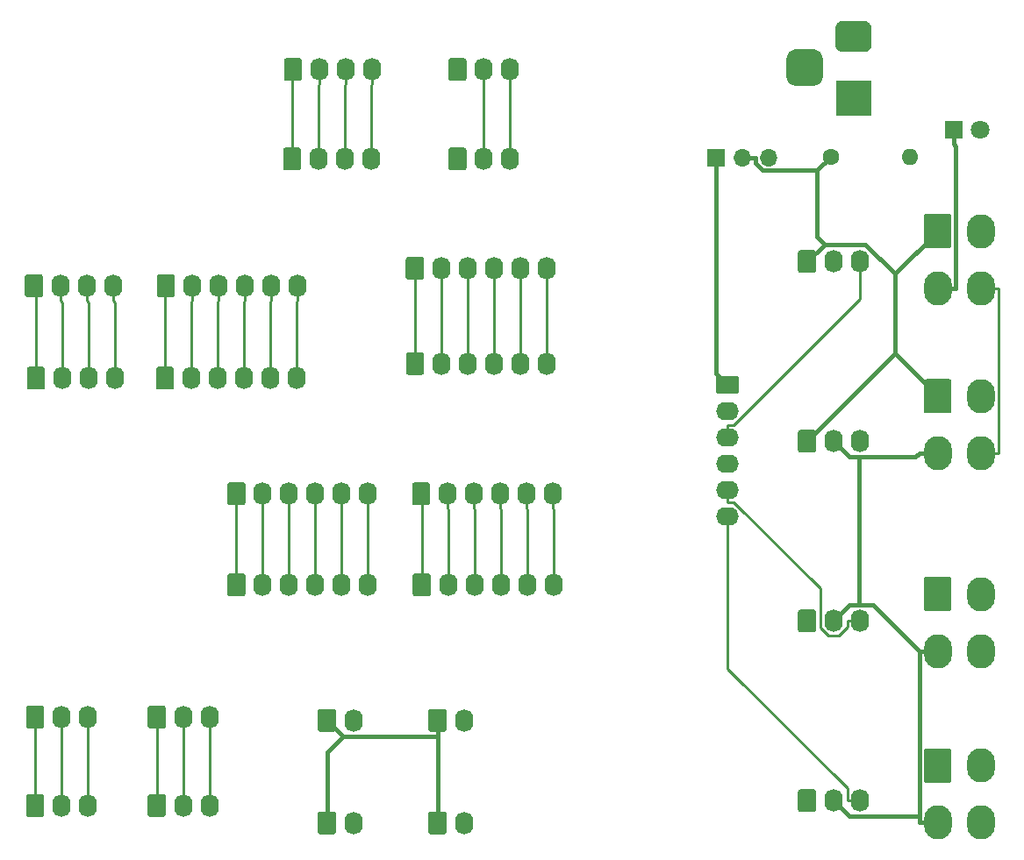
<source format=gbr>
G04 #@! TF.GenerationSoftware,KiCad,Pcbnew,(5.1.5-0-10_14)*
G04 #@! TF.CreationDate,2021-11-28T13:41:55+10:00*
G04 #@! TF.ProjectId,UFC - General Purpose Small PCB,55464320-2d20-4476-956e-6572616c2050,rev?*
G04 #@! TF.SameCoordinates,Original*
G04 #@! TF.FileFunction,Copper,L2,Bot*
G04 #@! TF.FilePolarity,Positive*
%FSLAX46Y46*%
G04 Gerber Fmt 4.6, Leading zero omitted, Abs format (unit mm)*
G04 Created by KiCad (PCBNEW (5.1.5-0-10_14)) date 2021-11-28 13:41:55*
%MOMM*%
%LPD*%
G04 APERTURE LIST*
%ADD10O,1.740000X2.200000*%
%ADD11C,0.100000*%
%ADD12O,2.700000X3.300000*%
%ADD13O,1.600000X1.600000*%
%ADD14C,1.600000*%
%ADD15C,1.800000*%
%ADD16R,1.800000X1.800000*%
%ADD17O,1.700000X1.700000*%
%ADD18R,1.700000X1.700000*%
%ADD19O,2.200000X1.740000*%
%ADD20R,3.500000X3.500000*%
%ADD21C,0.250000*%
%ADD22C,0.400000*%
G04 APERTURE END LIST*
D10*
X47091600Y-114910000D03*
X44551600Y-114910000D03*
G04 #@! TA.AperFunction,ComponentPad*
D11*
G36*
X42656105Y-113811204D02*
G01*
X42680373Y-113814804D01*
X42704172Y-113820765D01*
X42727271Y-113829030D01*
X42749450Y-113839520D01*
X42770493Y-113852132D01*
X42790199Y-113866747D01*
X42808377Y-113883223D01*
X42824853Y-113901401D01*
X42839468Y-113921107D01*
X42852080Y-113942150D01*
X42862570Y-113964329D01*
X42870835Y-113987428D01*
X42876796Y-114011227D01*
X42880396Y-114035495D01*
X42881600Y-114059999D01*
X42881600Y-115760001D01*
X42880396Y-115784505D01*
X42876796Y-115808773D01*
X42870835Y-115832572D01*
X42862570Y-115855671D01*
X42852080Y-115877850D01*
X42839468Y-115898893D01*
X42824853Y-115918599D01*
X42808377Y-115936777D01*
X42790199Y-115953253D01*
X42770493Y-115967868D01*
X42749450Y-115980480D01*
X42727271Y-115990970D01*
X42704172Y-115999235D01*
X42680373Y-116005196D01*
X42656105Y-116008796D01*
X42631601Y-116010000D01*
X41391599Y-116010000D01*
X41367095Y-116008796D01*
X41342827Y-116005196D01*
X41319028Y-115999235D01*
X41295929Y-115990970D01*
X41273750Y-115980480D01*
X41252707Y-115967868D01*
X41233001Y-115953253D01*
X41214823Y-115936777D01*
X41198347Y-115918599D01*
X41183732Y-115898893D01*
X41171120Y-115877850D01*
X41160630Y-115855671D01*
X41152365Y-115832572D01*
X41146404Y-115808773D01*
X41142804Y-115784505D01*
X41141600Y-115760001D01*
X41141600Y-114059999D01*
X41142804Y-114035495D01*
X41146404Y-114011227D01*
X41152365Y-113987428D01*
X41160630Y-113964329D01*
X41171120Y-113942150D01*
X41183732Y-113921107D01*
X41198347Y-113901401D01*
X41214823Y-113883223D01*
X41233001Y-113866747D01*
X41252707Y-113852132D01*
X41273750Y-113839520D01*
X41295929Y-113829030D01*
X41319028Y-113820765D01*
X41342827Y-113814804D01*
X41367095Y-113811204D01*
X41391599Y-113810000D01*
X42631601Y-113810000D01*
X42656105Y-113811204D01*
G37*
G04 #@! TD.AperFunction*
D10*
X58826400Y-123444000D03*
X56286400Y-123444000D03*
G04 #@! TA.AperFunction,ComponentPad*
D11*
G36*
X54390905Y-122345204D02*
G01*
X54415173Y-122348804D01*
X54438972Y-122354765D01*
X54462071Y-122363030D01*
X54484250Y-122373520D01*
X54505293Y-122386132D01*
X54524999Y-122400747D01*
X54543177Y-122417223D01*
X54559653Y-122435401D01*
X54574268Y-122455107D01*
X54586880Y-122476150D01*
X54597370Y-122498329D01*
X54605635Y-122521428D01*
X54611596Y-122545227D01*
X54615196Y-122569495D01*
X54616400Y-122593999D01*
X54616400Y-124294001D01*
X54615196Y-124318505D01*
X54611596Y-124342773D01*
X54605635Y-124366572D01*
X54597370Y-124389671D01*
X54586880Y-124411850D01*
X54574268Y-124432893D01*
X54559653Y-124452599D01*
X54543177Y-124470777D01*
X54524999Y-124487253D01*
X54505293Y-124501868D01*
X54484250Y-124514480D01*
X54462071Y-124524970D01*
X54438972Y-124533235D01*
X54415173Y-124539196D01*
X54390905Y-124542796D01*
X54366401Y-124544000D01*
X53126399Y-124544000D01*
X53101895Y-124542796D01*
X53077627Y-124539196D01*
X53053828Y-124533235D01*
X53030729Y-124524970D01*
X53008550Y-124514480D01*
X52987507Y-124501868D01*
X52967801Y-124487253D01*
X52949623Y-124470777D01*
X52933147Y-124452599D01*
X52918532Y-124432893D01*
X52905920Y-124411850D01*
X52895430Y-124389671D01*
X52887165Y-124366572D01*
X52881204Y-124342773D01*
X52877604Y-124318505D01*
X52876400Y-124294001D01*
X52876400Y-122593999D01*
X52877604Y-122569495D01*
X52881204Y-122545227D01*
X52887165Y-122521428D01*
X52895430Y-122498329D01*
X52905920Y-122476150D01*
X52918532Y-122455107D01*
X52933147Y-122435401D01*
X52949623Y-122417223D01*
X52967801Y-122400747D01*
X52987507Y-122386132D01*
X53008550Y-122373520D01*
X53030729Y-122363030D01*
X53053828Y-122354765D01*
X53077627Y-122348804D01*
X53101895Y-122345204D01*
X53126399Y-122344000D01*
X54366401Y-122344000D01*
X54390905Y-122345204D01*
G37*
G04 #@! TD.AperFunction*
D10*
X47091600Y-123444000D03*
X44551600Y-123444000D03*
G04 #@! TA.AperFunction,ComponentPad*
D11*
G36*
X42656105Y-122345204D02*
G01*
X42680373Y-122348804D01*
X42704172Y-122354765D01*
X42727271Y-122363030D01*
X42749450Y-122373520D01*
X42770493Y-122386132D01*
X42790199Y-122400747D01*
X42808377Y-122417223D01*
X42824853Y-122435401D01*
X42839468Y-122455107D01*
X42852080Y-122476150D01*
X42862570Y-122498329D01*
X42870835Y-122521428D01*
X42876796Y-122545227D01*
X42880396Y-122569495D01*
X42881600Y-122593999D01*
X42881600Y-124294001D01*
X42880396Y-124318505D01*
X42876796Y-124342773D01*
X42870835Y-124366572D01*
X42862570Y-124389671D01*
X42852080Y-124411850D01*
X42839468Y-124432893D01*
X42824853Y-124452599D01*
X42808377Y-124470777D01*
X42790199Y-124487253D01*
X42770493Y-124501868D01*
X42749450Y-124514480D01*
X42727271Y-124524970D01*
X42704172Y-124533235D01*
X42680373Y-124539196D01*
X42656105Y-124542796D01*
X42631601Y-124544000D01*
X41391599Y-124544000D01*
X41367095Y-124542796D01*
X41342827Y-124539196D01*
X41319028Y-124533235D01*
X41295929Y-124524970D01*
X41273750Y-124514480D01*
X41252707Y-124501868D01*
X41233001Y-124487253D01*
X41214823Y-124470777D01*
X41198347Y-124452599D01*
X41183732Y-124432893D01*
X41171120Y-124411850D01*
X41160630Y-124389671D01*
X41152365Y-124366572D01*
X41146404Y-124342773D01*
X41142804Y-124318505D01*
X41141600Y-124294001D01*
X41141600Y-122593999D01*
X41142804Y-122569495D01*
X41146404Y-122545227D01*
X41152365Y-122521428D01*
X41160630Y-122498329D01*
X41171120Y-122476150D01*
X41183732Y-122455107D01*
X41198347Y-122435401D01*
X41214823Y-122417223D01*
X41233001Y-122400747D01*
X41252707Y-122386132D01*
X41273750Y-122373520D01*
X41295929Y-122363030D01*
X41319028Y-122354765D01*
X41342827Y-122348804D01*
X41367095Y-122345204D01*
X41391599Y-122344000D01*
X42631601Y-122344000D01*
X42656105Y-122345204D01*
G37*
G04 #@! TD.AperFunction*
D10*
X58826400Y-114910000D03*
X56286400Y-114910000D03*
G04 #@! TA.AperFunction,ComponentPad*
D11*
G36*
X54390905Y-113811204D02*
G01*
X54415173Y-113814804D01*
X54438972Y-113820765D01*
X54462071Y-113829030D01*
X54484250Y-113839520D01*
X54505293Y-113852132D01*
X54524999Y-113866747D01*
X54543177Y-113883223D01*
X54559653Y-113901401D01*
X54574268Y-113921107D01*
X54586880Y-113942150D01*
X54597370Y-113964329D01*
X54605635Y-113987428D01*
X54611596Y-114011227D01*
X54615196Y-114035495D01*
X54616400Y-114059999D01*
X54616400Y-115760001D01*
X54615196Y-115784505D01*
X54611596Y-115808773D01*
X54605635Y-115832572D01*
X54597370Y-115855671D01*
X54586880Y-115877850D01*
X54574268Y-115898893D01*
X54559653Y-115918599D01*
X54543177Y-115936777D01*
X54524999Y-115953253D01*
X54505293Y-115967868D01*
X54484250Y-115980480D01*
X54462071Y-115990970D01*
X54438972Y-115999235D01*
X54415173Y-116005196D01*
X54390905Y-116008796D01*
X54366401Y-116010000D01*
X53126399Y-116010000D01*
X53101895Y-116008796D01*
X53077627Y-116005196D01*
X53053828Y-115999235D01*
X53030729Y-115990970D01*
X53008550Y-115980480D01*
X52987507Y-115967868D01*
X52967801Y-115953253D01*
X52949623Y-115936777D01*
X52933147Y-115918599D01*
X52918532Y-115898893D01*
X52905920Y-115877850D01*
X52895430Y-115855671D01*
X52887165Y-115832572D01*
X52881204Y-115808773D01*
X52877604Y-115784505D01*
X52876400Y-115760001D01*
X52876400Y-114059999D01*
X52877604Y-114035495D01*
X52881204Y-114011227D01*
X52887165Y-113987428D01*
X52895430Y-113964329D01*
X52905920Y-113942150D01*
X52918532Y-113921107D01*
X52933147Y-113901401D01*
X52949623Y-113883223D01*
X52967801Y-113866747D01*
X52987507Y-113852132D01*
X53008550Y-113839520D01*
X53030729Y-113829030D01*
X53053828Y-113820765D01*
X53077627Y-113814804D01*
X53101895Y-113811204D01*
X53126399Y-113810000D01*
X54366401Y-113810000D01*
X54390905Y-113811204D01*
G37*
G04 #@! TD.AperFunction*
D10*
X87829600Y-52368800D03*
X85289600Y-52368800D03*
G04 #@! TA.AperFunction,ComponentPad*
D11*
G36*
X83394105Y-51270004D02*
G01*
X83418373Y-51273604D01*
X83442172Y-51279565D01*
X83465271Y-51287830D01*
X83487450Y-51298320D01*
X83508493Y-51310932D01*
X83528199Y-51325547D01*
X83546377Y-51342023D01*
X83562853Y-51360201D01*
X83577468Y-51379907D01*
X83590080Y-51400950D01*
X83600570Y-51423129D01*
X83608835Y-51446228D01*
X83614796Y-51470027D01*
X83618396Y-51494295D01*
X83619600Y-51518799D01*
X83619600Y-53218801D01*
X83618396Y-53243305D01*
X83614796Y-53267573D01*
X83608835Y-53291372D01*
X83600570Y-53314471D01*
X83590080Y-53336650D01*
X83577468Y-53357693D01*
X83562853Y-53377399D01*
X83546377Y-53395577D01*
X83528199Y-53412053D01*
X83508493Y-53426668D01*
X83487450Y-53439280D01*
X83465271Y-53449770D01*
X83442172Y-53458035D01*
X83418373Y-53463996D01*
X83394105Y-53467596D01*
X83369601Y-53468800D01*
X82129599Y-53468800D01*
X82105095Y-53467596D01*
X82080827Y-53463996D01*
X82057028Y-53458035D01*
X82033929Y-53449770D01*
X82011750Y-53439280D01*
X81990707Y-53426668D01*
X81971001Y-53412053D01*
X81952823Y-53395577D01*
X81936347Y-53377399D01*
X81921732Y-53357693D01*
X81909120Y-53336650D01*
X81898630Y-53314471D01*
X81890365Y-53291372D01*
X81884404Y-53267573D01*
X81880804Y-53243305D01*
X81879600Y-53218801D01*
X81879600Y-51518799D01*
X81880804Y-51494295D01*
X81884404Y-51470027D01*
X81890365Y-51446228D01*
X81898630Y-51423129D01*
X81909120Y-51400950D01*
X81921732Y-51379907D01*
X81936347Y-51360201D01*
X81952823Y-51342023D01*
X81971001Y-51325547D01*
X81990707Y-51310932D01*
X82011750Y-51298320D01*
X82033929Y-51287830D01*
X82057028Y-51279565D01*
X82080827Y-51273604D01*
X82105095Y-51270004D01*
X82129599Y-51268800D01*
X83369601Y-51268800D01*
X83394105Y-51270004D01*
G37*
G04 #@! TD.AperFunction*
D10*
X87833200Y-61010800D03*
X85293200Y-61010800D03*
G04 #@! TA.AperFunction,ComponentPad*
D11*
G36*
X83397705Y-59912004D02*
G01*
X83421973Y-59915604D01*
X83445772Y-59921565D01*
X83468871Y-59929830D01*
X83491050Y-59940320D01*
X83512093Y-59952932D01*
X83531799Y-59967547D01*
X83549977Y-59984023D01*
X83566453Y-60002201D01*
X83581068Y-60021907D01*
X83593680Y-60042950D01*
X83604170Y-60065129D01*
X83612435Y-60088228D01*
X83618396Y-60112027D01*
X83621996Y-60136295D01*
X83623200Y-60160799D01*
X83623200Y-61860801D01*
X83621996Y-61885305D01*
X83618396Y-61909573D01*
X83612435Y-61933372D01*
X83604170Y-61956471D01*
X83593680Y-61978650D01*
X83581068Y-61999693D01*
X83566453Y-62019399D01*
X83549977Y-62037577D01*
X83531799Y-62054053D01*
X83512093Y-62068668D01*
X83491050Y-62081280D01*
X83468871Y-62091770D01*
X83445772Y-62100035D01*
X83421973Y-62105996D01*
X83397705Y-62109596D01*
X83373201Y-62110800D01*
X82133199Y-62110800D01*
X82108695Y-62109596D01*
X82084427Y-62105996D01*
X82060628Y-62100035D01*
X82037529Y-62091770D01*
X82015350Y-62081280D01*
X81994307Y-62068668D01*
X81974601Y-62054053D01*
X81956423Y-62037577D01*
X81939947Y-62019399D01*
X81925332Y-61999693D01*
X81912720Y-61978650D01*
X81902230Y-61956471D01*
X81893965Y-61933372D01*
X81888004Y-61909573D01*
X81884404Y-61885305D01*
X81883200Y-61860801D01*
X81883200Y-60160799D01*
X81884404Y-60136295D01*
X81888004Y-60112027D01*
X81893965Y-60088228D01*
X81902230Y-60065129D01*
X81912720Y-60042950D01*
X81925332Y-60021907D01*
X81939947Y-60002201D01*
X81956423Y-59984023D01*
X81974601Y-59967547D01*
X81994307Y-59952932D01*
X82015350Y-59940320D01*
X82037529Y-59929830D01*
X82060628Y-59921565D01*
X82084427Y-59915604D01*
X82108695Y-59912004D01*
X82133199Y-59910800D01*
X83373201Y-59910800D01*
X83397705Y-59912004D01*
G37*
G04 #@! TD.AperFunction*
D10*
X121564000Y-122987000D03*
X119024000Y-122987000D03*
G04 #@! TA.AperFunction,ComponentPad*
D11*
G36*
X117128505Y-121888204D02*
G01*
X117152773Y-121891804D01*
X117176572Y-121897765D01*
X117199671Y-121906030D01*
X117221850Y-121916520D01*
X117242893Y-121929132D01*
X117262599Y-121943747D01*
X117280777Y-121960223D01*
X117297253Y-121978401D01*
X117311868Y-121998107D01*
X117324480Y-122019150D01*
X117334970Y-122041329D01*
X117343235Y-122064428D01*
X117349196Y-122088227D01*
X117352796Y-122112495D01*
X117354000Y-122136999D01*
X117354000Y-123837001D01*
X117352796Y-123861505D01*
X117349196Y-123885773D01*
X117343235Y-123909572D01*
X117334970Y-123932671D01*
X117324480Y-123954850D01*
X117311868Y-123975893D01*
X117297253Y-123995599D01*
X117280777Y-124013777D01*
X117262599Y-124030253D01*
X117242893Y-124044868D01*
X117221850Y-124057480D01*
X117199671Y-124067970D01*
X117176572Y-124076235D01*
X117152773Y-124082196D01*
X117128505Y-124085796D01*
X117104001Y-124087000D01*
X115863999Y-124087000D01*
X115839495Y-124085796D01*
X115815227Y-124082196D01*
X115791428Y-124076235D01*
X115768329Y-124067970D01*
X115746150Y-124057480D01*
X115725107Y-124044868D01*
X115705401Y-124030253D01*
X115687223Y-124013777D01*
X115670747Y-123995599D01*
X115656132Y-123975893D01*
X115643520Y-123954850D01*
X115633030Y-123932671D01*
X115624765Y-123909572D01*
X115618804Y-123885773D01*
X115615204Y-123861505D01*
X115614000Y-123837001D01*
X115614000Y-122136999D01*
X115615204Y-122112495D01*
X115618804Y-122088227D01*
X115624765Y-122064428D01*
X115633030Y-122041329D01*
X115643520Y-122019150D01*
X115656132Y-121998107D01*
X115670747Y-121978401D01*
X115687223Y-121960223D01*
X115705401Y-121943747D01*
X115725107Y-121929132D01*
X115746150Y-121916520D01*
X115768329Y-121906030D01*
X115791428Y-121897765D01*
X115815227Y-121891804D01*
X115839495Y-121888204D01*
X115863999Y-121887000D01*
X117104001Y-121887000D01*
X117128505Y-121888204D01*
G37*
G04 #@! TD.AperFunction*
D10*
X121564000Y-70916800D03*
X119024000Y-70916800D03*
G04 #@! TA.AperFunction,ComponentPad*
D11*
G36*
X117128505Y-69818004D02*
G01*
X117152773Y-69821604D01*
X117176572Y-69827565D01*
X117199671Y-69835830D01*
X117221850Y-69846320D01*
X117242893Y-69858932D01*
X117262599Y-69873547D01*
X117280777Y-69890023D01*
X117297253Y-69908201D01*
X117311868Y-69927907D01*
X117324480Y-69948950D01*
X117334970Y-69971129D01*
X117343235Y-69994228D01*
X117349196Y-70018027D01*
X117352796Y-70042295D01*
X117354000Y-70066799D01*
X117354000Y-71766801D01*
X117352796Y-71791305D01*
X117349196Y-71815573D01*
X117343235Y-71839372D01*
X117334970Y-71862471D01*
X117324480Y-71884650D01*
X117311868Y-71905693D01*
X117297253Y-71925399D01*
X117280777Y-71943577D01*
X117262599Y-71960053D01*
X117242893Y-71974668D01*
X117221850Y-71987280D01*
X117199671Y-71997770D01*
X117176572Y-72006035D01*
X117152773Y-72011996D01*
X117128505Y-72015596D01*
X117104001Y-72016800D01*
X115863999Y-72016800D01*
X115839495Y-72015596D01*
X115815227Y-72011996D01*
X115791428Y-72006035D01*
X115768329Y-71997770D01*
X115746150Y-71987280D01*
X115725107Y-71974668D01*
X115705401Y-71960053D01*
X115687223Y-71943577D01*
X115670747Y-71925399D01*
X115656132Y-71905693D01*
X115643520Y-71884650D01*
X115633030Y-71862471D01*
X115624765Y-71839372D01*
X115618804Y-71815573D01*
X115615204Y-71791305D01*
X115614000Y-71766801D01*
X115614000Y-70066799D01*
X115615204Y-70042295D01*
X115618804Y-70018027D01*
X115624765Y-69994228D01*
X115633030Y-69971129D01*
X115643520Y-69948950D01*
X115656132Y-69927907D01*
X115670747Y-69908201D01*
X115687223Y-69890023D01*
X115705401Y-69873547D01*
X115725107Y-69858932D01*
X115746150Y-69846320D01*
X115768329Y-69835830D01*
X115791428Y-69827565D01*
X115815227Y-69821604D01*
X115839495Y-69818004D01*
X115863999Y-69816800D01*
X117104001Y-69816800D01*
X117128505Y-69818004D01*
G37*
G04 #@! TD.AperFunction*
D10*
X121564000Y-88273500D03*
X119024000Y-88273500D03*
G04 #@! TA.AperFunction,ComponentPad*
D11*
G36*
X117128505Y-87174704D02*
G01*
X117152773Y-87178304D01*
X117176572Y-87184265D01*
X117199671Y-87192530D01*
X117221850Y-87203020D01*
X117242893Y-87215632D01*
X117262599Y-87230247D01*
X117280777Y-87246723D01*
X117297253Y-87264901D01*
X117311868Y-87284607D01*
X117324480Y-87305650D01*
X117334970Y-87327829D01*
X117343235Y-87350928D01*
X117349196Y-87374727D01*
X117352796Y-87398995D01*
X117354000Y-87423499D01*
X117354000Y-89123501D01*
X117352796Y-89148005D01*
X117349196Y-89172273D01*
X117343235Y-89196072D01*
X117334970Y-89219171D01*
X117324480Y-89241350D01*
X117311868Y-89262393D01*
X117297253Y-89282099D01*
X117280777Y-89300277D01*
X117262599Y-89316753D01*
X117242893Y-89331368D01*
X117221850Y-89343980D01*
X117199671Y-89354470D01*
X117176572Y-89362735D01*
X117152773Y-89368696D01*
X117128505Y-89372296D01*
X117104001Y-89373500D01*
X115863999Y-89373500D01*
X115839495Y-89372296D01*
X115815227Y-89368696D01*
X115791428Y-89362735D01*
X115768329Y-89354470D01*
X115746150Y-89343980D01*
X115725107Y-89331368D01*
X115705401Y-89316753D01*
X115687223Y-89300277D01*
X115670747Y-89282099D01*
X115656132Y-89262393D01*
X115643520Y-89241350D01*
X115633030Y-89219171D01*
X115624765Y-89196072D01*
X115618804Y-89172273D01*
X115615204Y-89148005D01*
X115614000Y-89123501D01*
X115614000Y-87423499D01*
X115615204Y-87398995D01*
X115618804Y-87374727D01*
X115624765Y-87350928D01*
X115633030Y-87327829D01*
X115643520Y-87305650D01*
X115656132Y-87284607D01*
X115670747Y-87264901D01*
X115687223Y-87246723D01*
X115705401Y-87230247D01*
X115725107Y-87215632D01*
X115746150Y-87203020D01*
X115768329Y-87192530D01*
X115791428Y-87184265D01*
X115815227Y-87178304D01*
X115839495Y-87174704D01*
X115863999Y-87173500D01*
X117104001Y-87173500D01*
X117128505Y-87174704D01*
G37*
G04 #@! TD.AperFunction*
D10*
X121564000Y-105630000D03*
X119024000Y-105630000D03*
G04 #@! TA.AperFunction,ComponentPad*
D11*
G36*
X117128505Y-104531204D02*
G01*
X117152773Y-104534804D01*
X117176572Y-104540765D01*
X117199671Y-104549030D01*
X117221850Y-104559520D01*
X117242893Y-104572132D01*
X117262599Y-104586747D01*
X117280777Y-104603223D01*
X117297253Y-104621401D01*
X117311868Y-104641107D01*
X117324480Y-104662150D01*
X117334970Y-104684329D01*
X117343235Y-104707428D01*
X117349196Y-104731227D01*
X117352796Y-104755495D01*
X117354000Y-104779999D01*
X117354000Y-106480001D01*
X117352796Y-106504505D01*
X117349196Y-106528773D01*
X117343235Y-106552572D01*
X117334970Y-106575671D01*
X117324480Y-106597850D01*
X117311868Y-106618893D01*
X117297253Y-106638599D01*
X117280777Y-106656777D01*
X117262599Y-106673253D01*
X117242893Y-106687868D01*
X117221850Y-106700480D01*
X117199671Y-106710970D01*
X117176572Y-106719235D01*
X117152773Y-106725196D01*
X117128505Y-106728796D01*
X117104001Y-106730000D01*
X115863999Y-106730000D01*
X115839495Y-106728796D01*
X115815227Y-106725196D01*
X115791428Y-106719235D01*
X115768329Y-106710970D01*
X115746150Y-106700480D01*
X115725107Y-106687868D01*
X115705401Y-106673253D01*
X115687223Y-106656777D01*
X115670747Y-106638599D01*
X115656132Y-106618893D01*
X115643520Y-106597850D01*
X115633030Y-106575671D01*
X115624765Y-106552572D01*
X115618804Y-106528773D01*
X115615204Y-106504505D01*
X115614000Y-106480001D01*
X115614000Y-104779999D01*
X115615204Y-104755495D01*
X115618804Y-104731227D01*
X115624765Y-104707428D01*
X115633030Y-104684329D01*
X115643520Y-104662150D01*
X115656132Y-104641107D01*
X115670747Y-104621401D01*
X115687223Y-104603223D01*
X115705401Y-104586747D01*
X115725107Y-104572132D01*
X115746150Y-104559520D01*
X115768329Y-104549030D01*
X115791428Y-104540765D01*
X115815227Y-104534804D01*
X115839495Y-104531204D01*
X115863999Y-104530000D01*
X117104001Y-104530000D01*
X117128505Y-104531204D01*
G37*
G04 #@! TD.AperFunction*
D12*
X133283000Y-73470400D03*
X129083000Y-73470400D03*
X133283000Y-67970400D03*
G04 #@! TA.AperFunction,ComponentPad*
D11*
G36*
X130207503Y-66321604D02*
G01*
X130231772Y-66325204D01*
X130255570Y-66331165D01*
X130278670Y-66339430D01*
X130300849Y-66349920D01*
X130321892Y-66362533D01*
X130341598Y-66377148D01*
X130359776Y-66393624D01*
X130376252Y-66411802D01*
X130390867Y-66431508D01*
X130403480Y-66452551D01*
X130413970Y-66474730D01*
X130422235Y-66497830D01*
X130428196Y-66521628D01*
X130431796Y-66545897D01*
X130433000Y-66570401D01*
X130433000Y-69370399D01*
X130431796Y-69394903D01*
X130428196Y-69419172D01*
X130422235Y-69442970D01*
X130413970Y-69466070D01*
X130403480Y-69488249D01*
X130390867Y-69509292D01*
X130376252Y-69528998D01*
X130359776Y-69547176D01*
X130341598Y-69563652D01*
X130321892Y-69578267D01*
X130300849Y-69590880D01*
X130278670Y-69601370D01*
X130255570Y-69609635D01*
X130231772Y-69615596D01*
X130207503Y-69619196D01*
X130182999Y-69620400D01*
X127983001Y-69620400D01*
X127958497Y-69619196D01*
X127934228Y-69615596D01*
X127910430Y-69609635D01*
X127887330Y-69601370D01*
X127865151Y-69590880D01*
X127844108Y-69578267D01*
X127824402Y-69563652D01*
X127806224Y-69547176D01*
X127789748Y-69528998D01*
X127775133Y-69509292D01*
X127762520Y-69488249D01*
X127752030Y-69466070D01*
X127743765Y-69442970D01*
X127737804Y-69419172D01*
X127734204Y-69394903D01*
X127733000Y-69370399D01*
X127733000Y-66570401D01*
X127734204Y-66545897D01*
X127737804Y-66521628D01*
X127743765Y-66497830D01*
X127752030Y-66474730D01*
X127762520Y-66452551D01*
X127775133Y-66431508D01*
X127789748Y-66411802D01*
X127806224Y-66393624D01*
X127824402Y-66377148D01*
X127844108Y-66362533D01*
X127865151Y-66349920D01*
X127887330Y-66339430D01*
X127910430Y-66331165D01*
X127934228Y-66325204D01*
X127958497Y-66321604D01*
X127983001Y-66320400D01*
X130182999Y-66320400D01*
X130207503Y-66321604D01*
G37*
G04 #@! TD.AperFunction*
D12*
X133283000Y-89421600D03*
X129083000Y-89421600D03*
X133283000Y-83921600D03*
G04 #@! TA.AperFunction,ComponentPad*
D11*
G36*
X130207503Y-82272804D02*
G01*
X130231772Y-82276404D01*
X130255570Y-82282365D01*
X130278670Y-82290630D01*
X130300849Y-82301120D01*
X130321892Y-82313733D01*
X130341598Y-82328348D01*
X130359776Y-82344824D01*
X130376252Y-82363002D01*
X130390867Y-82382708D01*
X130403480Y-82403751D01*
X130413970Y-82425930D01*
X130422235Y-82449030D01*
X130428196Y-82472828D01*
X130431796Y-82497097D01*
X130433000Y-82521601D01*
X130433000Y-85321599D01*
X130431796Y-85346103D01*
X130428196Y-85370372D01*
X130422235Y-85394170D01*
X130413970Y-85417270D01*
X130403480Y-85439449D01*
X130390867Y-85460492D01*
X130376252Y-85480198D01*
X130359776Y-85498376D01*
X130341598Y-85514852D01*
X130321892Y-85529467D01*
X130300849Y-85542080D01*
X130278670Y-85552570D01*
X130255570Y-85560835D01*
X130231772Y-85566796D01*
X130207503Y-85570396D01*
X130182999Y-85571600D01*
X127983001Y-85571600D01*
X127958497Y-85570396D01*
X127934228Y-85566796D01*
X127910430Y-85560835D01*
X127887330Y-85552570D01*
X127865151Y-85542080D01*
X127844108Y-85529467D01*
X127824402Y-85514852D01*
X127806224Y-85498376D01*
X127789748Y-85480198D01*
X127775133Y-85460492D01*
X127762520Y-85439449D01*
X127752030Y-85417270D01*
X127743765Y-85394170D01*
X127737804Y-85370372D01*
X127734204Y-85346103D01*
X127733000Y-85321599D01*
X127733000Y-82521601D01*
X127734204Y-82497097D01*
X127737804Y-82472828D01*
X127743765Y-82449030D01*
X127752030Y-82425930D01*
X127762520Y-82403751D01*
X127775133Y-82382708D01*
X127789748Y-82363002D01*
X127806224Y-82344824D01*
X127824402Y-82328348D01*
X127844108Y-82313733D01*
X127865151Y-82301120D01*
X127887330Y-82290630D01*
X127910430Y-82282365D01*
X127934228Y-82276404D01*
X127958497Y-82272804D01*
X127983001Y-82271600D01*
X130182999Y-82271600D01*
X130207503Y-82272804D01*
G37*
G04 #@! TD.AperFunction*
D12*
X133283000Y-108522000D03*
X129083000Y-108522000D03*
X133283000Y-103022000D03*
G04 #@! TA.AperFunction,ComponentPad*
D11*
G36*
X130207503Y-101373204D02*
G01*
X130231772Y-101376804D01*
X130255570Y-101382765D01*
X130278670Y-101391030D01*
X130300849Y-101401520D01*
X130321892Y-101414133D01*
X130341598Y-101428748D01*
X130359776Y-101445224D01*
X130376252Y-101463402D01*
X130390867Y-101483108D01*
X130403480Y-101504151D01*
X130413970Y-101526330D01*
X130422235Y-101549430D01*
X130428196Y-101573228D01*
X130431796Y-101597497D01*
X130433000Y-101622001D01*
X130433000Y-104421999D01*
X130431796Y-104446503D01*
X130428196Y-104470772D01*
X130422235Y-104494570D01*
X130413970Y-104517670D01*
X130403480Y-104539849D01*
X130390867Y-104560892D01*
X130376252Y-104580598D01*
X130359776Y-104598776D01*
X130341598Y-104615252D01*
X130321892Y-104629867D01*
X130300849Y-104642480D01*
X130278670Y-104652970D01*
X130255570Y-104661235D01*
X130231772Y-104667196D01*
X130207503Y-104670796D01*
X130182999Y-104672000D01*
X127983001Y-104672000D01*
X127958497Y-104670796D01*
X127934228Y-104667196D01*
X127910430Y-104661235D01*
X127887330Y-104652970D01*
X127865151Y-104642480D01*
X127844108Y-104629867D01*
X127824402Y-104615252D01*
X127806224Y-104598776D01*
X127789748Y-104580598D01*
X127775133Y-104560892D01*
X127762520Y-104539849D01*
X127752030Y-104517670D01*
X127743765Y-104494570D01*
X127737804Y-104470772D01*
X127734204Y-104446503D01*
X127733000Y-104421999D01*
X127733000Y-101622001D01*
X127734204Y-101597497D01*
X127737804Y-101573228D01*
X127743765Y-101549430D01*
X127752030Y-101526330D01*
X127762520Y-101504151D01*
X127775133Y-101483108D01*
X127789748Y-101463402D01*
X127806224Y-101445224D01*
X127824402Y-101428748D01*
X127844108Y-101414133D01*
X127865151Y-101401520D01*
X127887330Y-101391030D01*
X127910430Y-101382765D01*
X127934228Y-101376804D01*
X127958497Y-101373204D01*
X127983001Y-101372000D01*
X130182999Y-101372000D01*
X130207503Y-101373204D01*
G37*
G04 #@! TD.AperFunction*
D12*
X133283000Y-125083000D03*
X129083000Y-125083000D03*
X133283000Y-119583000D03*
G04 #@! TA.AperFunction,ComponentPad*
D11*
G36*
X130207503Y-117934204D02*
G01*
X130231772Y-117937804D01*
X130255570Y-117943765D01*
X130278670Y-117952030D01*
X130300849Y-117962520D01*
X130321892Y-117975133D01*
X130341598Y-117989748D01*
X130359776Y-118006224D01*
X130376252Y-118024402D01*
X130390867Y-118044108D01*
X130403480Y-118065151D01*
X130413970Y-118087330D01*
X130422235Y-118110430D01*
X130428196Y-118134228D01*
X130431796Y-118158497D01*
X130433000Y-118183001D01*
X130433000Y-120982999D01*
X130431796Y-121007503D01*
X130428196Y-121031772D01*
X130422235Y-121055570D01*
X130413970Y-121078670D01*
X130403480Y-121100849D01*
X130390867Y-121121892D01*
X130376252Y-121141598D01*
X130359776Y-121159776D01*
X130341598Y-121176252D01*
X130321892Y-121190867D01*
X130300849Y-121203480D01*
X130278670Y-121213970D01*
X130255570Y-121222235D01*
X130231772Y-121228196D01*
X130207503Y-121231796D01*
X130182999Y-121233000D01*
X127983001Y-121233000D01*
X127958497Y-121231796D01*
X127934228Y-121228196D01*
X127910430Y-121222235D01*
X127887330Y-121213970D01*
X127865151Y-121203480D01*
X127844108Y-121190867D01*
X127824402Y-121176252D01*
X127806224Y-121159776D01*
X127789748Y-121141598D01*
X127775133Y-121121892D01*
X127762520Y-121100849D01*
X127752030Y-121078670D01*
X127743765Y-121055570D01*
X127737804Y-121031772D01*
X127734204Y-121007503D01*
X127733000Y-120982999D01*
X127733000Y-118183001D01*
X127734204Y-118158497D01*
X127737804Y-118134228D01*
X127743765Y-118110430D01*
X127752030Y-118087330D01*
X127762520Y-118065151D01*
X127775133Y-118044108D01*
X127789748Y-118024402D01*
X127806224Y-118006224D01*
X127824402Y-117989748D01*
X127844108Y-117975133D01*
X127865151Y-117962520D01*
X127887330Y-117952030D01*
X127910430Y-117943765D01*
X127934228Y-117937804D01*
X127958497Y-117934204D01*
X127983001Y-117933000D01*
X130182999Y-117933000D01*
X130207503Y-117934204D01*
G37*
G04 #@! TD.AperFunction*
D13*
X126390000Y-60807600D03*
D14*
X118770000Y-60807600D03*
D15*
X133147000Y-58216800D03*
D16*
X130607000Y-58216800D03*
D10*
X83362800Y-125120000D03*
G04 #@! TA.AperFunction,ComponentPad*
D11*
G36*
X81467305Y-124021204D02*
G01*
X81491573Y-124024804D01*
X81515372Y-124030765D01*
X81538471Y-124039030D01*
X81560650Y-124049520D01*
X81581693Y-124062132D01*
X81601399Y-124076747D01*
X81619577Y-124093223D01*
X81636053Y-124111401D01*
X81650668Y-124131107D01*
X81663280Y-124152150D01*
X81673770Y-124174329D01*
X81682035Y-124197428D01*
X81687996Y-124221227D01*
X81691596Y-124245495D01*
X81692800Y-124269999D01*
X81692800Y-125970001D01*
X81691596Y-125994505D01*
X81687996Y-126018773D01*
X81682035Y-126042572D01*
X81673770Y-126065671D01*
X81663280Y-126087850D01*
X81650668Y-126108893D01*
X81636053Y-126128599D01*
X81619577Y-126146777D01*
X81601399Y-126163253D01*
X81581693Y-126177868D01*
X81560650Y-126190480D01*
X81538471Y-126200970D01*
X81515372Y-126209235D01*
X81491573Y-126215196D01*
X81467305Y-126218796D01*
X81442801Y-126220000D01*
X80202799Y-126220000D01*
X80178295Y-126218796D01*
X80154027Y-126215196D01*
X80130228Y-126209235D01*
X80107129Y-126200970D01*
X80084950Y-126190480D01*
X80063907Y-126177868D01*
X80044201Y-126163253D01*
X80026023Y-126146777D01*
X80009547Y-126128599D01*
X79994932Y-126108893D01*
X79982320Y-126087850D01*
X79971830Y-126065671D01*
X79963565Y-126042572D01*
X79957604Y-126018773D01*
X79954004Y-125994505D01*
X79952800Y-125970001D01*
X79952800Y-124269999D01*
X79954004Y-124245495D01*
X79957604Y-124221227D01*
X79963565Y-124197428D01*
X79971830Y-124174329D01*
X79982320Y-124152150D01*
X79994932Y-124131107D01*
X80009547Y-124111401D01*
X80026023Y-124093223D01*
X80044201Y-124076747D01*
X80063907Y-124062132D01*
X80084950Y-124049520D01*
X80107129Y-124039030D01*
X80130228Y-124030765D01*
X80154027Y-124024804D01*
X80178295Y-124021204D01*
X80202799Y-124020000D01*
X81442801Y-124020000D01*
X81467305Y-124021204D01*
G37*
G04 #@! TD.AperFunction*
D17*
X112776000Y-60858400D03*
X110236000Y-60858400D03*
D18*
X107696000Y-60858400D03*
D19*
X108814000Y-95504000D03*
X108814000Y-92964000D03*
X108814000Y-90424000D03*
X108814000Y-87884000D03*
X108814000Y-85344000D03*
G04 #@! TA.AperFunction,ComponentPad*
D11*
G36*
X109688505Y-81935204D02*
G01*
X109712773Y-81938804D01*
X109736572Y-81944765D01*
X109759671Y-81953030D01*
X109781850Y-81963520D01*
X109802893Y-81976132D01*
X109822599Y-81990747D01*
X109840777Y-82007223D01*
X109857253Y-82025401D01*
X109871868Y-82045107D01*
X109884480Y-82066150D01*
X109894970Y-82088329D01*
X109903235Y-82111428D01*
X109909196Y-82135227D01*
X109912796Y-82159495D01*
X109914000Y-82183999D01*
X109914000Y-83424001D01*
X109912796Y-83448505D01*
X109909196Y-83472773D01*
X109903235Y-83496572D01*
X109894970Y-83519671D01*
X109884480Y-83541850D01*
X109871868Y-83562893D01*
X109857253Y-83582599D01*
X109840777Y-83600777D01*
X109822599Y-83617253D01*
X109802893Y-83631868D01*
X109781850Y-83644480D01*
X109759671Y-83654970D01*
X109736572Y-83663235D01*
X109712773Y-83669196D01*
X109688505Y-83672796D01*
X109664001Y-83674000D01*
X107963999Y-83674000D01*
X107939495Y-83672796D01*
X107915227Y-83669196D01*
X107891428Y-83663235D01*
X107868329Y-83654970D01*
X107846150Y-83644480D01*
X107825107Y-83631868D01*
X107805401Y-83617253D01*
X107787223Y-83600777D01*
X107770747Y-83582599D01*
X107756132Y-83562893D01*
X107743520Y-83541850D01*
X107733030Y-83519671D01*
X107724765Y-83496572D01*
X107718804Y-83472773D01*
X107715204Y-83448505D01*
X107714000Y-83424001D01*
X107714000Y-82183999D01*
X107715204Y-82159495D01*
X107718804Y-82135227D01*
X107724765Y-82111428D01*
X107733030Y-82088329D01*
X107743520Y-82066150D01*
X107756132Y-82045107D01*
X107770747Y-82025401D01*
X107787223Y-82007223D01*
X107805401Y-81990747D01*
X107825107Y-81976132D01*
X107846150Y-81963520D01*
X107868329Y-81953030D01*
X107891428Y-81944765D01*
X107915227Y-81938804D01*
X107939495Y-81935204D01*
X107963999Y-81934000D01*
X109664001Y-81934000D01*
X109688505Y-81935204D01*
G37*
G04 #@! TD.AperFunction*
G04 #@! TA.AperFunction,ComponentPad*
G36*
X117215765Y-50423013D02*
G01*
X117300704Y-50435613D01*
X117383999Y-50456477D01*
X117464848Y-50485405D01*
X117542472Y-50522119D01*
X117616124Y-50566264D01*
X117685094Y-50617416D01*
X117748718Y-50675082D01*
X117806384Y-50738706D01*
X117857536Y-50807676D01*
X117901681Y-50881328D01*
X117938395Y-50958952D01*
X117967323Y-51039801D01*
X117988187Y-51123096D01*
X118000787Y-51208035D01*
X118005000Y-51293800D01*
X118005000Y-53043800D01*
X118000787Y-53129565D01*
X117988187Y-53214504D01*
X117967323Y-53297799D01*
X117938395Y-53378648D01*
X117901681Y-53456272D01*
X117857536Y-53529924D01*
X117806384Y-53598894D01*
X117748718Y-53662518D01*
X117685094Y-53720184D01*
X117616124Y-53771336D01*
X117542472Y-53815481D01*
X117464848Y-53852195D01*
X117383999Y-53881123D01*
X117300704Y-53901987D01*
X117215765Y-53914587D01*
X117130000Y-53918800D01*
X115380000Y-53918800D01*
X115294235Y-53914587D01*
X115209296Y-53901987D01*
X115126001Y-53881123D01*
X115045152Y-53852195D01*
X114967528Y-53815481D01*
X114893876Y-53771336D01*
X114824906Y-53720184D01*
X114761282Y-53662518D01*
X114703616Y-53598894D01*
X114652464Y-53529924D01*
X114608319Y-53456272D01*
X114571605Y-53378648D01*
X114542677Y-53297799D01*
X114521813Y-53214504D01*
X114509213Y-53129565D01*
X114505000Y-53043800D01*
X114505000Y-51293800D01*
X114509213Y-51208035D01*
X114521813Y-51123096D01*
X114542677Y-51039801D01*
X114571605Y-50958952D01*
X114608319Y-50881328D01*
X114652464Y-50807676D01*
X114703616Y-50738706D01*
X114761282Y-50675082D01*
X114824906Y-50617416D01*
X114893876Y-50566264D01*
X114967528Y-50522119D01*
X115045152Y-50485405D01*
X115126001Y-50456477D01*
X115209296Y-50435613D01*
X115294235Y-50423013D01*
X115380000Y-50418800D01*
X117130000Y-50418800D01*
X117215765Y-50423013D01*
G37*
G04 #@! TD.AperFunction*
G04 #@! TA.AperFunction,ComponentPad*
G36*
X122028513Y-47672411D02*
G01*
X122101318Y-47683211D01*
X122172714Y-47701095D01*
X122242013Y-47725890D01*
X122308548Y-47757359D01*
X122371678Y-47795198D01*
X122430795Y-47839042D01*
X122485330Y-47888470D01*
X122534758Y-47943005D01*
X122578602Y-48002122D01*
X122616441Y-48065252D01*
X122647910Y-48131787D01*
X122672705Y-48201086D01*
X122690589Y-48272482D01*
X122701389Y-48345287D01*
X122705000Y-48418800D01*
X122705000Y-49918800D01*
X122701389Y-49992313D01*
X122690589Y-50065118D01*
X122672705Y-50136514D01*
X122647910Y-50205813D01*
X122616441Y-50272348D01*
X122578602Y-50335478D01*
X122534758Y-50394595D01*
X122485330Y-50449130D01*
X122430795Y-50498558D01*
X122371678Y-50542402D01*
X122308548Y-50580241D01*
X122242013Y-50611710D01*
X122172714Y-50636505D01*
X122101318Y-50654389D01*
X122028513Y-50665189D01*
X121955000Y-50668800D01*
X119955000Y-50668800D01*
X119881487Y-50665189D01*
X119808682Y-50654389D01*
X119737286Y-50636505D01*
X119667987Y-50611710D01*
X119601452Y-50580241D01*
X119538322Y-50542402D01*
X119479205Y-50498558D01*
X119424670Y-50449130D01*
X119375242Y-50394595D01*
X119331398Y-50335478D01*
X119293559Y-50272348D01*
X119262090Y-50205813D01*
X119237295Y-50136514D01*
X119219411Y-50065118D01*
X119208611Y-49992313D01*
X119205000Y-49918800D01*
X119205000Y-48418800D01*
X119208611Y-48345287D01*
X119219411Y-48272482D01*
X119237295Y-48201086D01*
X119262090Y-48131787D01*
X119293559Y-48065252D01*
X119331398Y-48002122D01*
X119375242Y-47943005D01*
X119424670Y-47888470D01*
X119479205Y-47839042D01*
X119538322Y-47795198D01*
X119601452Y-47757359D01*
X119667987Y-47725890D01*
X119737286Y-47701095D01*
X119808682Y-47683211D01*
X119881487Y-47672411D01*
X119955000Y-47668800D01*
X121955000Y-47668800D01*
X122028513Y-47672411D01*
G37*
G04 #@! TD.AperFunction*
D20*
X120955000Y-55168800D03*
D10*
X72694800Y-125120000D03*
G04 #@! TA.AperFunction,ComponentPad*
D11*
G36*
X70799305Y-124021204D02*
G01*
X70823573Y-124024804D01*
X70847372Y-124030765D01*
X70870471Y-124039030D01*
X70892650Y-124049520D01*
X70913693Y-124062132D01*
X70933399Y-124076747D01*
X70951577Y-124093223D01*
X70968053Y-124111401D01*
X70982668Y-124131107D01*
X70995280Y-124152150D01*
X71005770Y-124174329D01*
X71014035Y-124197428D01*
X71019996Y-124221227D01*
X71023596Y-124245495D01*
X71024800Y-124269999D01*
X71024800Y-125970001D01*
X71023596Y-125994505D01*
X71019996Y-126018773D01*
X71014035Y-126042572D01*
X71005770Y-126065671D01*
X70995280Y-126087850D01*
X70982668Y-126108893D01*
X70968053Y-126128599D01*
X70951577Y-126146777D01*
X70933399Y-126163253D01*
X70913693Y-126177868D01*
X70892650Y-126190480D01*
X70870471Y-126200970D01*
X70847372Y-126209235D01*
X70823573Y-126215196D01*
X70799305Y-126218796D01*
X70774801Y-126220000D01*
X69534799Y-126220000D01*
X69510295Y-126218796D01*
X69486027Y-126215196D01*
X69462228Y-126209235D01*
X69439129Y-126200970D01*
X69416950Y-126190480D01*
X69395907Y-126177868D01*
X69376201Y-126163253D01*
X69358023Y-126146777D01*
X69341547Y-126128599D01*
X69326932Y-126108893D01*
X69314320Y-126087850D01*
X69303830Y-126065671D01*
X69295565Y-126042572D01*
X69289604Y-126018773D01*
X69286004Y-125994505D01*
X69284800Y-125970001D01*
X69284800Y-124269999D01*
X69286004Y-124245495D01*
X69289604Y-124221227D01*
X69295565Y-124197428D01*
X69303830Y-124174329D01*
X69314320Y-124152150D01*
X69326932Y-124131107D01*
X69341547Y-124111401D01*
X69358023Y-124093223D01*
X69376201Y-124076747D01*
X69395907Y-124062132D01*
X69416950Y-124049520D01*
X69439129Y-124039030D01*
X69462228Y-124030765D01*
X69486027Y-124024804D01*
X69510295Y-124021204D01*
X69534799Y-124020000D01*
X70774801Y-124020000D01*
X70799305Y-124021204D01*
G37*
G04 #@! TD.AperFunction*
D10*
X72694800Y-115214000D03*
G04 #@! TA.AperFunction,ComponentPad*
D11*
G36*
X70799305Y-114115204D02*
G01*
X70823573Y-114118804D01*
X70847372Y-114124765D01*
X70870471Y-114133030D01*
X70892650Y-114143520D01*
X70913693Y-114156132D01*
X70933399Y-114170747D01*
X70951577Y-114187223D01*
X70968053Y-114205401D01*
X70982668Y-114225107D01*
X70995280Y-114246150D01*
X71005770Y-114268329D01*
X71014035Y-114291428D01*
X71019996Y-114315227D01*
X71023596Y-114339495D01*
X71024800Y-114363999D01*
X71024800Y-116064001D01*
X71023596Y-116088505D01*
X71019996Y-116112773D01*
X71014035Y-116136572D01*
X71005770Y-116159671D01*
X70995280Y-116181850D01*
X70982668Y-116202893D01*
X70968053Y-116222599D01*
X70951577Y-116240777D01*
X70933399Y-116257253D01*
X70913693Y-116271868D01*
X70892650Y-116284480D01*
X70870471Y-116294970D01*
X70847372Y-116303235D01*
X70823573Y-116309196D01*
X70799305Y-116312796D01*
X70774801Y-116314000D01*
X69534799Y-116314000D01*
X69510295Y-116312796D01*
X69486027Y-116309196D01*
X69462228Y-116303235D01*
X69439129Y-116294970D01*
X69416950Y-116284480D01*
X69395907Y-116271868D01*
X69376201Y-116257253D01*
X69358023Y-116240777D01*
X69341547Y-116222599D01*
X69326932Y-116202893D01*
X69314320Y-116181850D01*
X69303830Y-116159671D01*
X69295565Y-116136572D01*
X69289604Y-116112773D01*
X69286004Y-116088505D01*
X69284800Y-116064001D01*
X69284800Y-114363999D01*
X69286004Y-114339495D01*
X69289604Y-114315227D01*
X69295565Y-114291428D01*
X69303830Y-114268329D01*
X69314320Y-114246150D01*
X69326932Y-114225107D01*
X69341547Y-114205401D01*
X69358023Y-114187223D01*
X69376201Y-114170747D01*
X69395907Y-114156132D01*
X69416950Y-114143520D01*
X69439129Y-114133030D01*
X69462228Y-114124765D01*
X69486027Y-114118804D01*
X69510295Y-114115204D01*
X69534799Y-114114000D01*
X70774801Y-114114000D01*
X70799305Y-114115204D01*
G37*
G04 #@! TD.AperFunction*
D10*
X91359600Y-80756400D03*
X88819600Y-80756400D03*
X86279600Y-80756400D03*
X83739600Y-80756400D03*
X81199600Y-80756400D03*
G04 #@! TA.AperFunction,ComponentPad*
D11*
G36*
X79304105Y-79657604D02*
G01*
X79328373Y-79661204D01*
X79352172Y-79667165D01*
X79375271Y-79675430D01*
X79397450Y-79685920D01*
X79418493Y-79698532D01*
X79438199Y-79713147D01*
X79456377Y-79729623D01*
X79472853Y-79747801D01*
X79487468Y-79767507D01*
X79500080Y-79788550D01*
X79510570Y-79810729D01*
X79518835Y-79833828D01*
X79524796Y-79857627D01*
X79528396Y-79881895D01*
X79529600Y-79906399D01*
X79529600Y-81606401D01*
X79528396Y-81630905D01*
X79524796Y-81655173D01*
X79518835Y-81678972D01*
X79510570Y-81702071D01*
X79500080Y-81724250D01*
X79487468Y-81745293D01*
X79472853Y-81764999D01*
X79456377Y-81783177D01*
X79438199Y-81799653D01*
X79418493Y-81814268D01*
X79397450Y-81826880D01*
X79375271Y-81837370D01*
X79352172Y-81845635D01*
X79328373Y-81851596D01*
X79304105Y-81855196D01*
X79279601Y-81856400D01*
X78039599Y-81856400D01*
X78015095Y-81855196D01*
X77990827Y-81851596D01*
X77967028Y-81845635D01*
X77943929Y-81837370D01*
X77921750Y-81826880D01*
X77900707Y-81814268D01*
X77881001Y-81799653D01*
X77862823Y-81783177D01*
X77846347Y-81764999D01*
X77831732Y-81745293D01*
X77819120Y-81724250D01*
X77808630Y-81702071D01*
X77800365Y-81678972D01*
X77794404Y-81655173D01*
X77790804Y-81630905D01*
X77789600Y-81606401D01*
X77789600Y-79906399D01*
X77790804Y-79881895D01*
X77794404Y-79857627D01*
X77800365Y-79833828D01*
X77808630Y-79810729D01*
X77819120Y-79788550D01*
X77831732Y-79767507D01*
X77846347Y-79747801D01*
X77862823Y-79729623D01*
X77881001Y-79713147D01*
X77900707Y-79698532D01*
X77921750Y-79685920D01*
X77943929Y-79675430D01*
X77967028Y-79667165D01*
X77990827Y-79661204D01*
X78015095Y-79657604D01*
X78039599Y-79656400D01*
X79279601Y-79656400D01*
X79304105Y-79657604D01*
G37*
G04 #@! TD.AperFunction*
D10*
X92006000Y-102136000D03*
X89466000Y-102136000D03*
X86926000Y-102136000D03*
X84386000Y-102136000D03*
X81846000Y-102136000D03*
G04 #@! TA.AperFunction,ComponentPad*
D11*
G36*
X79950505Y-101037204D02*
G01*
X79974773Y-101040804D01*
X79998572Y-101046765D01*
X80021671Y-101055030D01*
X80043850Y-101065520D01*
X80064893Y-101078132D01*
X80084599Y-101092747D01*
X80102777Y-101109223D01*
X80119253Y-101127401D01*
X80133868Y-101147107D01*
X80146480Y-101168150D01*
X80156970Y-101190329D01*
X80165235Y-101213428D01*
X80171196Y-101237227D01*
X80174796Y-101261495D01*
X80176000Y-101285999D01*
X80176000Y-102986001D01*
X80174796Y-103010505D01*
X80171196Y-103034773D01*
X80165235Y-103058572D01*
X80156970Y-103081671D01*
X80146480Y-103103850D01*
X80133868Y-103124893D01*
X80119253Y-103144599D01*
X80102777Y-103162777D01*
X80084599Y-103179253D01*
X80064893Y-103193868D01*
X80043850Y-103206480D01*
X80021671Y-103216970D01*
X79998572Y-103225235D01*
X79974773Y-103231196D01*
X79950505Y-103234796D01*
X79926001Y-103236000D01*
X78685999Y-103236000D01*
X78661495Y-103234796D01*
X78637227Y-103231196D01*
X78613428Y-103225235D01*
X78590329Y-103216970D01*
X78568150Y-103206480D01*
X78547107Y-103193868D01*
X78527401Y-103179253D01*
X78509223Y-103162777D01*
X78492747Y-103144599D01*
X78478132Y-103124893D01*
X78465520Y-103103850D01*
X78455030Y-103081671D01*
X78446765Y-103058572D01*
X78440804Y-103034773D01*
X78437204Y-103010505D01*
X78436000Y-102986001D01*
X78436000Y-101285999D01*
X78437204Y-101261495D01*
X78440804Y-101237227D01*
X78446765Y-101213428D01*
X78455030Y-101190329D01*
X78465520Y-101168150D01*
X78478132Y-101147107D01*
X78492747Y-101127401D01*
X78509223Y-101109223D01*
X78527401Y-101092747D01*
X78547107Y-101078132D01*
X78568150Y-101065520D01*
X78590329Y-101055030D01*
X78613428Y-101046765D01*
X78637227Y-101040804D01*
X78661495Y-101037204D01*
X78685999Y-101036000D01*
X79926001Y-101036000D01*
X79950505Y-101037204D01*
G37*
G04 #@! TD.AperFunction*
D10*
X74124400Y-102136000D03*
X71584400Y-102136000D03*
X69044400Y-102136000D03*
X66504400Y-102136000D03*
X63964400Y-102136000D03*
G04 #@! TA.AperFunction,ComponentPad*
D11*
G36*
X62068905Y-101037204D02*
G01*
X62093173Y-101040804D01*
X62116972Y-101046765D01*
X62140071Y-101055030D01*
X62162250Y-101065520D01*
X62183293Y-101078132D01*
X62202999Y-101092747D01*
X62221177Y-101109223D01*
X62237653Y-101127401D01*
X62252268Y-101147107D01*
X62264880Y-101168150D01*
X62275370Y-101190329D01*
X62283635Y-101213428D01*
X62289596Y-101237227D01*
X62293196Y-101261495D01*
X62294400Y-101285999D01*
X62294400Y-102986001D01*
X62293196Y-103010505D01*
X62289596Y-103034773D01*
X62283635Y-103058572D01*
X62275370Y-103081671D01*
X62264880Y-103103850D01*
X62252268Y-103124893D01*
X62237653Y-103144599D01*
X62221177Y-103162777D01*
X62202999Y-103179253D01*
X62183293Y-103193868D01*
X62162250Y-103206480D01*
X62140071Y-103216970D01*
X62116972Y-103225235D01*
X62093173Y-103231196D01*
X62068905Y-103234796D01*
X62044401Y-103236000D01*
X60804399Y-103236000D01*
X60779895Y-103234796D01*
X60755627Y-103231196D01*
X60731828Y-103225235D01*
X60708729Y-103216970D01*
X60686550Y-103206480D01*
X60665507Y-103193868D01*
X60645801Y-103179253D01*
X60627623Y-103162777D01*
X60611147Y-103144599D01*
X60596532Y-103124893D01*
X60583920Y-103103850D01*
X60573430Y-103081671D01*
X60565165Y-103058572D01*
X60559204Y-103034773D01*
X60555604Y-103010505D01*
X60554400Y-102986001D01*
X60554400Y-101285999D01*
X60555604Y-101261495D01*
X60559204Y-101237227D01*
X60565165Y-101213428D01*
X60573430Y-101190329D01*
X60583920Y-101168150D01*
X60596532Y-101147107D01*
X60611147Y-101127401D01*
X60627623Y-101109223D01*
X60645801Y-101092747D01*
X60665507Y-101078132D01*
X60686550Y-101065520D01*
X60708729Y-101055030D01*
X60731828Y-101046765D01*
X60755627Y-101040804D01*
X60779895Y-101037204D01*
X60804399Y-101036000D01*
X62044401Y-101036000D01*
X62068905Y-101037204D01*
G37*
G04 #@! TD.AperFunction*
D10*
X49698400Y-82181200D03*
X47158400Y-82181200D03*
X44618400Y-82181200D03*
G04 #@! TA.AperFunction,ComponentPad*
D11*
G36*
X42722905Y-81082404D02*
G01*
X42747173Y-81086004D01*
X42770972Y-81091965D01*
X42794071Y-81100230D01*
X42816250Y-81110720D01*
X42837293Y-81123332D01*
X42856999Y-81137947D01*
X42875177Y-81154423D01*
X42891653Y-81172601D01*
X42906268Y-81192307D01*
X42918880Y-81213350D01*
X42929370Y-81235529D01*
X42937635Y-81258628D01*
X42943596Y-81282427D01*
X42947196Y-81306695D01*
X42948400Y-81331199D01*
X42948400Y-83031201D01*
X42947196Y-83055705D01*
X42943596Y-83079973D01*
X42937635Y-83103772D01*
X42929370Y-83126871D01*
X42918880Y-83149050D01*
X42906268Y-83170093D01*
X42891653Y-83189799D01*
X42875177Y-83207977D01*
X42856999Y-83224453D01*
X42837293Y-83239068D01*
X42816250Y-83251680D01*
X42794071Y-83262170D01*
X42770972Y-83270435D01*
X42747173Y-83276396D01*
X42722905Y-83279996D01*
X42698401Y-83281200D01*
X41458399Y-83281200D01*
X41433895Y-83279996D01*
X41409627Y-83276396D01*
X41385828Y-83270435D01*
X41362729Y-83262170D01*
X41340550Y-83251680D01*
X41319507Y-83239068D01*
X41299801Y-83224453D01*
X41281623Y-83207977D01*
X41265147Y-83189799D01*
X41250532Y-83170093D01*
X41237920Y-83149050D01*
X41227430Y-83126871D01*
X41219165Y-83103772D01*
X41213204Y-83079973D01*
X41209604Y-83055705D01*
X41208400Y-83031201D01*
X41208400Y-81331199D01*
X41209604Y-81306695D01*
X41213204Y-81282427D01*
X41219165Y-81258628D01*
X41227430Y-81235529D01*
X41237920Y-81213350D01*
X41250532Y-81192307D01*
X41265147Y-81172601D01*
X41281623Y-81154423D01*
X41299801Y-81137947D01*
X41319507Y-81123332D01*
X41340550Y-81110720D01*
X41362729Y-81100230D01*
X41385828Y-81091965D01*
X41409627Y-81086004D01*
X41433895Y-81082404D01*
X41458399Y-81081200D01*
X42698401Y-81081200D01*
X42722905Y-81082404D01*
G37*
G04 #@! TD.AperFunction*
D10*
X67236400Y-82181200D03*
X64696400Y-82181200D03*
X62156400Y-82181200D03*
X59616400Y-82181200D03*
X57076400Y-82181200D03*
G04 #@! TA.AperFunction,ComponentPad*
D11*
G36*
X55180905Y-81082404D02*
G01*
X55205173Y-81086004D01*
X55228972Y-81091965D01*
X55252071Y-81100230D01*
X55274250Y-81110720D01*
X55295293Y-81123332D01*
X55314999Y-81137947D01*
X55333177Y-81154423D01*
X55349653Y-81172601D01*
X55364268Y-81192307D01*
X55376880Y-81213350D01*
X55387370Y-81235529D01*
X55395635Y-81258628D01*
X55401596Y-81282427D01*
X55405196Y-81306695D01*
X55406400Y-81331199D01*
X55406400Y-83031201D01*
X55405196Y-83055705D01*
X55401596Y-83079973D01*
X55395635Y-83103772D01*
X55387370Y-83126871D01*
X55376880Y-83149050D01*
X55364268Y-83170093D01*
X55349653Y-83189799D01*
X55333177Y-83207977D01*
X55314999Y-83224453D01*
X55295293Y-83239068D01*
X55274250Y-83251680D01*
X55252071Y-83262170D01*
X55228972Y-83270435D01*
X55205173Y-83276396D01*
X55180905Y-83279996D01*
X55156401Y-83281200D01*
X53916399Y-83281200D01*
X53891895Y-83279996D01*
X53867627Y-83276396D01*
X53843828Y-83270435D01*
X53820729Y-83262170D01*
X53798550Y-83251680D01*
X53777507Y-83239068D01*
X53757801Y-83224453D01*
X53739623Y-83207977D01*
X53723147Y-83189799D01*
X53708532Y-83170093D01*
X53695920Y-83149050D01*
X53685430Y-83126871D01*
X53677165Y-83103772D01*
X53671204Y-83079973D01*
X53667604Y-83055705D01*
X53666400Y-83031201D01*
X53666400Y-81331199D01*
X53667604Y-81306695D01*
X53671204Y-81282427D01*
X53677165Y-81258628D01*
X53685430Y-81235529D01*
X53695920Y-81213350D01*
X53708532Y-81192307D01*
X53723147Y-81172601D01*
X53739623Y-81154423D01*
X53757801Y-81137947D01*
X53777507Y-81123332D01*
X53798550Y-81110720D01*
X53820729Y-81100230D01*
X53843828Y-81091965D01*
X53867627Y-81086004D01*
X53891895Y-81082404D01*
X53916399Y-81081200D01*
X55156401Y-81081200D01*
X55180905Y-81082404D01*
G37*
G04 #@! TD.AperFunction*
D10*
X74412000Y-61010800D03*
X71872000Y-61010800D03*
X69332000Y-61010800D03*
G04 #@! TA.AperFunction,ComponentPad*
D11*
G36*
X67436505Y-59912004D02*
G01*
X67460773Y-59915604D01*
X67484572Y-59921565D01*
X67507671Y-59929830D01*
X67529850Y-59940320D01*
X67550893Y-59952932D01*
X67570599Y-59967547D01*
X67588777Y-59984023D01*
X67605253Y-60002201D01*
X67619868Y-60021907D01*
X67632480Y-60042950D01*
X67642970Y-60065129D01*
X67651235Y-60088228D01*
X67657196Y-60112027D01*
X67660796Y-60136295D01*
X67662000Y-60160799D01*
X67662000Y-61860801D01*
X67660796Y-61885305D01*
X67657196Y-61909573D01*
X67651235Y-61933372D01*
X67642970Y-61956471D01*
X67632480Y-61978650D01*
X67619868Y-61999693D01*
X67605253Y-62019399D01*
X67588777Y-62037577D01*
X67570599Y-62054053D01*
X67550893Y-62068668D01*
X67529850Y-62081280D01*
X67507671Y-62091770D01*
X67484572Y-62100035D01*
X67460773Y-62105996D01*
X67436505Y-62109596D01*
X67412001Y-62110800D01*
X66171999Y-62110800D01*
X66147495Y-62109596D01*
X66123227Y-62105996D01*
X66099428Y-62100035D01*
X66076329Y-62091770D01*
X66054150Y-62081280D01*
X66033107Y-62068668D01*
X66013401Y-62054053D01*
X65995223Y-62037577D01*
X65978747Y-62019399D01*
X65964132Y-61999693D01*
X65951520Y-61978650D01*
X65941030Y-61956471D01*
X65932765Y-61933372D01*
X65926804Y-61909573D01*
X65923204Y-61885305D01*
X65922000Y-61860801D01*
X65922000Y-60160799D01*
X65923204Y-60136295D01*
X65926804Y-60112027D01*
X65932765Y-60088228D01*
X65941030Y-60065129D01*
X65951520Y-60042950D01*
X65964132Y-60021907D01*
X65978747Y-60002201D01*
X65995223Y-59984023D01*
X66013401Y-59967547D01*
X66033107Y-59952932D01*
X66054150Y-59940320D01*
X66076329Y-59929830D01*
X66099428Y-59921565D01*
X66123227Y-59915604D01*
X66147495Y-59912004D01*
X66171999Y-59910800D01*
X67412001Y-59910800D01*
X67436505Y-59912004D01*
G37*
G04 #@! TD.AperFunction*
D10*
X83362800Y-115214000D03*
G04 #@! TA.AperFunction,ComponentPad*
D11*
G36*
X81467305Y-114115204D02*
G01*
X81491573Y-114118804D01*
X81515372Y-114124765D01*
X81538471Y-114133030D01*
X81560650Y-114143520D01*
X81581693Y-114156132D01*
X81601399Y-114170747D01*
X81619577Y-114187223D01*
X81636053Y-114205401D01*
X81650668Y-114225107D01*
X81663280Y-114246150D01*
X81673770Y-114268329D01*
X81682035Y-114291428D01*
X81687996Y-114315227D01*
X81691596Y-114339495D01*
X81692800Y-114363999D01*
X81692800Y-116064001D01*
X81691596Y-116088505D01*
X81687996Y-116112773D01*
X81682035Y-116136572D01*
X81673770Y-116159671D01*
X81663280Y-116181850D01*
X81650668Y-116202893D01*
X81636053Y-116222599D01*
X81619577Y-116240777D01*
X81601399Y-116257253D01*
X81581693Y-116271868D01*
X81560650Y-116284480D01*
X81538471Y-116294970D01*
X81515372Y-116303235D01*
X81491573Y-116309196D01*
X81467305Y-116312796D01*
X81442801Y-116314000D01*
X80202799Y-116314000D01*
X80178295Y-116312796D01*
X80154027Y-116309196D01*
X80130228Y-116303235D01*
X80107129Y-116294970D01*
X80084950Y-116284480D01*
X80063907Y-116271868D01*
X80044201Y-116257253D01*
X80026023Y-116240777D01*
X80009547Y-116222599D01*
X79994932Y-116202893D01*
X79982320Y-116181850D01*
X79971830Y-116159671D01*
X79963565Y-116136572D01*
X79957604Y-116112773D01*
X79954004Y-116088505D01*
X79952800Y-116064001D01*
X79952800Y-114363999D01*
X79954004Y-114339495D01*
X79957604Y-114315227D01*
X79963565Y-114291428D01*
X79971830Y-114268329D01*
X79982320Y-114246150D01*
X79994932Y-114225107D01*
X80009547Y-114205401D01*
X80026023Y-114187223D01*
X80044201Y-114170747D01*
X80063907Y-114156132D01*
X80084950Y-114143520D01*
X80107129Y-114133030D01*
X80130228Y-114124765D01*
X80154027Y-114118804D01*
X80178295Y-114115204D01*
X80202799Y-114114000D01*
X81442801Y-114114000D01*
X81467305Y-114115204D01*
G37*
G04 #@! TD.AperFunction*
D10*
X91339600Y-71556400D03*
X88799600Y-71556400D03*
X86259600Y-71556400D03*
X83719600Y-71556400D03*
X81179600Y-71556400D03*
G04 #@! TA.AperFunction,ComponentPad*
D11*
G36*
X79284105Y-70457604D02*
G01*
X79308373Y-70461204D01*
X79332172Y-70467165D01*
X79355271Y-70475430D01*
X79377450Y-70485920D01*
X79398493Y-70498532D01*
X79418199Y-70513147D01*
X79436377Y-70529623D01*
X79452853Y-70547801D01*
X79467468Y-70567507D01*
X79480080Y-70588550D01*
X79490570Y-70610729D01*
X79498835Y-70633828D01*
X79504796Y-70657627D01*
X79508396Y-70681895D01*
X79509600Y-70706399D01*
X79509600Y-72406401D01*
X79508396Y-72430905D01*
X79504796Y-72455173D01*
X79498835Y-72478972D01*
X79490570Y-72502071D01*
X79480080Y-72524250D01*
X79467468Y-72545293D01*
X79452853Y-72564999D01*
X79436377Y-72583177D01*
X79418199Y-72599653D01*
X79398493Y-72614268D01*
X79377450Y-72626880D01*
X79355271Y-72637370D01*
X79332172Y-72645635D01*
X79308373Y-72651596D01*
X79284105Y-72655196D01*
X79259601Y-72656400D01*
X78019599Y-72656400D01*
X77995095Y-72655196D01*
X77970827Y-72651596D01*
X77947028Y-72645635D01*
X77923929Y-72637370D01*
X77901750Y-72626880D01*
X77880707Y-72614268D01*
X77861001Y-72599653D01*
X77842823Y-72583177D01*
X77826347Y-72564999D01*
X77811732Y-72545293D01*
X77799120Y-72524250D01*
X77788630Y-72502071D01*
X77780365Y-72478972D01*
X77774404Y-72455173D01*
X77770804Y-72430905D01*
X77769600Y-72406401D01*
X77769600Y-70706399D01*
X77770804Y-70681895D01*
X77774404Y-70657627D01*
X77780365Y-70633828D01*
X77788630Y-70610729D01*
X77799120Y-70588550D01*
X77811732Y-70567507D01*
X77826347Y-70547801D01*
X77842823Y-70529623D01*
X77861001Y-70513147D01*
X77880707Y-70498532D01*
X77901750Y-70485920D01*
X77923929Y-70475430D01*
X77947028Y-70467165D01*
X77970827Y-70461204D01*
X77995095Y-70457604D01*
X78019599Y-70456400D01*
X79259601Y-70456400D01*
X79284105Y-70457604D01*
G37*
G04 #@! TD.AperFunction*
D10*
X91936000Y-93345600D03*
X89396000Y-93345600D03*
X86856000Y-93345600D03*
X84316000Y-93345600D03*
X81776000Y-93345600D03*
G04 #@! TA.AperFunction,ComponentPad*
D11*
G36*
X79880505Y-92246804D02*
G01*
X79904773Y-92250404D01*
X79928572Y-92256365D01*
X79951671Y-92264630D01*
X79973850Y-92275120D01*
X79994893Y-92287732D01*
X80014599Y-92302347D01*
X80032777Y-92318823D01*
X80049253Y-92337001D01*
X80063868Y-92356707D01*
X80076480Y-92377750D01*
X80086970Y-92399929D01*
X80095235Y-92423028D01*
X80101196Y-92446827D01*
X80104796Y-92471095D01*
X80106000Y-92495599D01*
X80106000Y-94195601D01*
X80104796Y-94220105D01*
X80101196Y-94244373D01*
X80095235Y-94268172D01*
X80086970Y-94291271D01*
X80076480Y-94313450D01*
X80063868Y-94334493D01*
X80049253Y-94354199D01*
X80032777Y-94372377D01*
X80014599Y-94388853D01*
X79994893Y-94403468D01*
X79973850Y-94416080D01*
X79951671Y-94426570D01*
X79928572Y-94434835D01*
X79904773Y-94440796D01*
X79880505Y-94444396D01*
X79856001Y-94445600D01*
X78615999Y-94445600D01*
X78591495Y-94444396D01*
X78567227Y-94440796D01*
X78543428Y-94434835D01*
X78520329Y-94426570D01*
X78498150Y-94416080D01*
X78477107Y-94403468D01*
X78457401Y-94388853D01*
X78439223Y-94372377D01*
X78422747Y-94354199D01*
X78408132Y-94334493D01*
X78395520Y-94313450D01*
X78385030Y-94291271D01*
X78376765Y-94268172D01*
X78370804Y-94244373D01*
X78367204Y-94220105D01*
X78366000Y-94195601D01*
X78366000Y-92495599D01*
X78367204Y-92471095D01*
X78370804Y-92446827D01*
X78376765Y-92423028D01*
X78385030Y-92399929D01*
X78395520Y-92377750D01*
X78408132Y-92356707D01*
X78422747Y-92337001D01*
X78439223Y-92318823D01*
X78457401Y-92302347D01*
X78477107Y-92287732D01*
X78498150Y-92275120D01*
X78520329Y-92264630D01*
X78543428Y-92256365D01*
X78567227Y-92250404D01*
X78591495Y-92246804D01*
X78615999Y-92245600D01*
X79856001Y-92245600D01*
X79880505Y-92246804D01*
G37*
G04 #@! TD.AperFunction*
D10*
X74124400Y-93345600D03*
X71584400Y-93345600D03*
X69044400Y-93345600D03*
X66504400Y-93345600D03*
X63964400Y-93345600D03*
G04 #@! TA.AperFunction,ComponentPad*
D11*
G36*
X62068905Y-92246804D02*
G01*
X62093173Y-92250404D01*
X62116972Y-92256365D01*
X62140071Y-92264630D01*
X62162250Y-92275120D01*
X62183293Y-92287732D01*
X62202999Y-92302347D01*
X62221177Y-92318823D01*
X62237653Y-92337001D01*
X62252268Y-92356707D01*
X62264880Y-92377750D01*
X62275370Y-92399929D01*
X62283635Y-92423028D01*
X62289596Y-92446827D01*
X62293196Y-92471095D01*
X62294400Y-92495599D01*
X62294400Y-94195601D01*
X62293196Y-94220105D01*
X62289596Y-94244373D01*
X62283635Y-94268172D01*
X62275370Y-94291271D01*
X62264880Y-94313450D01*
X62252268Y-94334493D01*
X62237653Y-94354199D01*
X62221177Y-94372377D01*
X62202999Y-94388853D01*
X62183293Y-94403468D01*
X62162250Y-94416080D01*
X62140071Y-94426570D01*
X62116972Y-94434835D01*
X62093173Y-94440796D01*
X62068905Y-94444396D01*
X62044401Y-94445600D01*
X60804399Y-94445600D01*
X60779895Y-94444396D01*
X60755627Y-94440796D01*
X60731828Y-94434835D01*
X60708729Y-94426570D01*
X60686550Y-94416080D01*
X60665507Y-94403468D01*
X60645801Y-94388853D01*
X60627623Y-94372377D01*
X60611147Y-94354199D01*
X60596532Y-94334493D01*
X60583920Y-94313450D01*
X60573430Y-94291271D01*
X60565165Y-94268172D01*
X60559204Y-94244373D01*
X60555604Y-94220105D01*
X60554400Y-94195601D01*
X60554400Y-92495599D01*
X60555604Y-92471095D01*
X60559204Y-92446827D01*
X60565165Y-92423028D01*
X60573430Y-92399929D01*
X60583920Y-92377750D01*
X60596532Y-92356707D01*
X60611147Y-92337001D01*
X60627623Y-92318823D01*
X60645801Y-92302347D01*
X60665507Y-92287732D01*
X60686550Y-92275120D01*
X60708729Y-92264630D01*
X60731828Y-92256365D01*
X60755627Y-92250404D01*
X60779895Y-92246804D01*
X60804399Y-92245600D01*
X62044401Y-92245600D01*
X62068905Y-92246804D01*
G37*
G04 #@! TD.AperFunction*
D10*
X49508400Y-73251200D03*
X46968400Y-73251200D03*
X44428400Y-73251200D03*
G04 #@! TA.AperFunction,ComponentPad*
D11*
G36*
X42532905Y-72152404D02*
G01*
X42557173Y-72156004D01*
X42580972Y-72161965D01*
X42604071Y-72170230D01*
X42626250Y-72180720D01*
X42647293Y-72193332D01*
X42666999Y-72207947D01*
X42685177Y-72224423D01*
X42701653Y-72242601D01*
X42716268Y-72262307D01*
X42728880Y-72283350D01*
X42739370Y-72305529D01*
X42747635Y-72328628D01*
X42753596Y-72352427D01*
X42757196Y-72376695D01*
X42758400Y-72401199D01*
X42758400Y-74101201D01*
X42757196Y-74125705D01*
X42753596Y-74149973D01*
X42747635Y-74173772D01*
X42739370Y-74196871D01*
X42728880Y-74219050D01*
X42716268Y-74240093D01*
X42701653Y-74259799D01*
X42685177Y-74277977D01*
X42666999Y-74294453D01*
X42647293Y-74309068D01*
X42626250Y-74321680D01*
X42604071Y-74332170D01*
X42580972Y-74340435D01*
X42557173Y-74346396D01*
X42532905Y-74349996D01*
X42508401Y-74351200D01*
X41268399Y-74351200D01*
X41243895Y-74349996D01*
X41219627Y-74346396D01*
X41195828Y-74340435D01*
X41172729Y-74332170D01*
X41150550Y-74321680D01*
X41129507Y-74309068D01*
X41109801Y-74294453D01*
X41091623Y-74277977D01*
X41075147Y-74259799D01*
X41060532Y-74240093D01*
X41047920Y-74219050D01*
X41037430Y-74196871D01*
X41029165Y-74173772D01*
X41023204Y-74149973D01*
X41019604Y-74125705D01*
X41018400Y-74101201D01*
X41018400Y-72401199D01*
X41019604Y-72376695D01*
X41023204Y-72352427D01*
X41029165Y-72328628D01*
X41037430Y-72305529D01*
X41047920Y-72283350D01*
X41060532Y-72262307D01*
X41075147Y-72242601D01*
X41091623Y-72224423D01*
X41109801Y-72207947D01*
X41129507Y-72193332D01*
X41150550Y-72180720D01*
X41172729Y-72170230D01*
X41195828Y-72161965D01*
X41219627Y-72156004D01*
X41243895Y-72152404D01*
X41268399Y-72151200D01*
X42508401Y-72151200D01*
X42532905Y-72152404D01*
G37*
G04 #@! TD.AperFunction*
D10*
X67326400Y-73251200D03*
X64786400Y-73251200D03*
X62246400Y-73251200D03*
X59706400Y-73251200D03*
X57166400Y-73251200D03*
G04 #@! TA.AperFunction,ComponentPad*
D11*
G36*
X55270905Y-72152404D02*
G01*
X55295173Y-72156004D01*
X55318972Y-72161965D01*
X55342071Y-72170230D01*
X55364250Y-72180720D01*
X55385293Y-72193332D01*
X55404999Y-72207947D01*
X55423177Y-72224423D01*
X55439653Y-72242601D01*
X55454268Y-72262307D01*
X55466880Y-72283350D01*
X55477370Y-72305529D01*
X55485635Y-72328628D01*
X55491596Y-72352427D01*
X55495196Y-72376695D01*
X55496400Y-72401199D01*
X55496400Y-74101201D01*
X55495196Y-74125705D01*
X55491596Y-74149973D01*
X55485635Y-74173772D01*
X55477370Y-74196871D01*
X55466880Y-74219050D01*
X55454268Y-74240093D01*
X55439653Y-74259799D01*
X55423177Y-74277977D01*
X55404999Y-74294453D01*
X55385293Y-74309068D01*
X55364250Y-74321680D01*
X55342071Y-74332170D01*
X55318972Y-74340435D01*
X55295173Y-74346396D01*
X55270905Y-74349996D01*
X55246401Y-74351200D01*
X54006399Y-74351200D01*
X53981895Y-74349996D01*
X53957627Y-74346396D01*
X53933828Y-74340435D01*
X53910729Y-74332170D01*
X53888550Y-74321680D01*
X53867507Y-74309068D01*
X53847801Y-74294453D01*
X53829623Y-74277977D01*
X53813147Y-74259799D01*
X53798532Y-74240093D01*
X53785920Y-74219050D01*
X53775430Y-74196871D01*
X53767165Y-74173772D01*
X53761204Y-74149973D01*
X53757604Y-74125705D01*
X53756400Y-74101201D01*
X53756400Y-72401199D01*
X53757604Y-72376695D01*
X53761204Y-72352427D01*
X53767165Y-72328628D01*
X53775430Y-72305529D01*
X53785920Y-72283350D01*
X53798532Y-72262307D01*
X53813147Y-72242601D01*
X53829623Y-72224423D01*
X53847801Y-72207947D01*
X53867507Y-72193332D01*
X53888550Y-72180720D01*
X53910729Y-72170230D01*
X53933828Y-72161965D01*
X53957627Y-72156004D01*
X53981895Y-72152404D01*
X54006399Y-72151200D01*
X55246401Y-72151200D01*
X55270905Y-72152404D01*
G37*
G04 #@! TD.AperFunction*
D10*
X74502000Y-52368800D03*
X71962000Y-52368800D03*
X69422000Y-52368800D03*
G04 #@! TA.AperFunction,ComponentPad*
D11*
G36*
X67526505Y-51270004D02*
G01*
X67550773Y-51273604D01*
X67574572Y-51279565D01*
X67597671Y-51287830D01*
X67619850Y-51298320D01*
X67640893Y-51310932D01*
X67660599Y-51325547D01*
X67678777Y-51342023D01*
X67695253Y-51360201D01*
X67709868Y-51379907D01*
X67722480Y-51400950D01*
X67732970Y-51423129D01*
X67741235Y-51446228D01*
X67747196Y-51470027D01*
X67750796Y-51494295D01*
X67752000Y-51518799D01*
X67752000Y-53218801D01*
X67750796Y-53243305D01*
X67747196Y-53267573D01*
X67741235Y-53291372D01*
X67732970Y-53314471D01*
X67722480Y-53336650D01*
X67709868Y-53357693D01*
X67695253Y-53377399D01*
X67678777Y-53395577D01*
X67660599Y-53412053D01*
X67640893Y-53426668D01*
X67619850Y-53439280D01*
X67597671Y-53449770D01*
X67574572Y-53458035D01*
X67550773Y-53463996D01*
X67526505Y-53467596D01*
X67502001Y-53468800D01*
X66261999Y-53468800D01*
X66237495Y-53467596D01*
X66213227Y-53463996D01*
X66189428Y-53458035D01*
X66166329Y-53449770D01*
X66144150Y-53439280D01*
X66123107Y-53426668D01*
X66103401Y-53412053D01*
X66085223Y-53395577D01*
X66068747Y-53377399D01*
X66054132Y-53357693D01*
X66041520Y-53336650D01*
X66031030Y-53314471D01*
X66022765Y-53291372D01*
X66016804Y-53267573D01*
X66013204Y-53243305D01*
X66012000Y-53218801D01*
X66012000Y-51518799D01*
X66013204Y-51494295D01*
X66016804Y-51470027D01*
X66022765Y-51446228D01*
X66031030Y-51423129D01*
X66041520Y-51400950D01*
X66054132Y-51379907D01*
X66068747Y-51360201D01*
X66085223Y-51342023D01*
X66103401Y-51325547D01*
X66123107Y-51310932D01*
X66144150Y-51298320D01*
X66166329Y-51287830D01*
X66189428Y-51279565D01*
X66213227Y-51273604D01*
X66237495Y-51270004D01*
X66261999Y-51268800D01*
X67502001Y-51268800D01*
X67526505Y-51270004D01*
G37*
G04 #@! TD.AperFunction*
D21*
X49508400Y-73251200D02*
X49508400Y-74676500D01*
X49508400Y-74676500D02*
X49698400Y-74866500D01*
X49698400Y-74866500D02*
X49698400Y-82181200D01*
X46968400Y-73251200D02*
X46968400Y-74676500D01*
X46968400Y-74676500D02*
X47158400Y-74866500D01*
X47158400Y-74866500D02*
X47158400Y-82181200D01*
X44428400Y-73251200D02*
X44428400Y-74676500D01*
X44428400Y-74676500D02*
X44618400Y-74866500D01*
X44618400Y-74866500D02*
X44618400Y-82181200D01*
X41888400Y-73251200D02*
X42078400Y-73441200D01*
X42078400Y-73441200D02*
X42078400Y-82181200D01*
X47091600Y-123444000D02*
X47091600Y-114910000D01*
X44551600Y-123444000D02*
X44551600Y-114910000D01*
X42011600Y-123444000D02*
X42011600Y-114910000D01*
D22*
X121487700Y-104083900D02*
X122894600Y-104083900D01*
X122894600Y-104083900D02*
X127332700Y-108522000D01*
X119024000Y-105630000D02*
X120570100Y-104083900D01*
X120570100Y-104083900D02*
X121487700Y-104083900D01*
X121487700Y-104083900D02*
X121487700Y-89799200D01*
X121487700Y-89799200D02*
X126955100Y-89799200D01*
X126955100Y-89799200D02*
X127332700Y-89421600D01*
X119024000Y-88273500D02*
X120549700Y-89799200D01*
X120549700Y-89799200D02*
X121487700Y-89799200D01*
X129083000Y-89421600D02*
X127332700Y-89421600D01*
X129083000Y-73470400D02*
X130833300Y-73470400D01*
X130607000Y-58216800D02*
X130607000Y-59517100D01*
X130607000Y-59517100D02*
X130856700Y-59766800D01*
X130856700Y-59766800D02*
X130856700Y-73447000D01*
X130856700Y-73447000D02*
X130833300Y-73470400D01*
X127330400Y-124508600D02*
X127330400Y-125080700D01*
X127330400Y-125080700D02*
X127332700Y-125083000D01*
X127332700Y-108522000D02*
X127330400Y-108524300D01*
X127330400Y-108524300D02*
X127330400Y-124508600D01*
X127330400Y-124508600D02*
X120545600Y-124508600D01*
X120545600Y-124508600D02*
X119024000Y-122987000D01*
X129083000Y-125083000D02*
X127332700Y-125083000D01*
X129083000Y-108522000D02*
X127332700Y-108522000D01*
X117468800Y-62108800D02*
X118770000Y-60807600D01*
X111486300Y-60858400D02*
X111486300Y-61405400D01*
X111486300Y-61405400D02*
X112189700Y-62108800D01*
X112189700Y-62108800D02*
X117468800Y-62108800D01*
X117468800Y-62108800D02*
X117468800Y-68543400D01*
X117468800Y-68543400D02*
X118163100Y-69237700D01*
X118163100Y-69237700D02*
X116484000Y-70916800D01*
X124959400Y-72094000D02*
X122103100Y-69237700D01*
X122103100Y-69237700D02*
X118163100Y-69237700D01*
X110236000Y-60858400D02*
X111486300Y-60858400D01*
X124959400Y-72094000D02*
X124959400Y-79798000D01*
X124959400Y-79798000D02*
X124959500Y-79798000D01*
X129083000Y-67970400D02*
X124959400Y-72094000D01*
X124959500Y-79798000D02*
X129083000Y-83921600D01*
X124959500Y-79798000D02*
X116484000Y-88273500D01*
X108814000Y-82804000D02*
X107696000Y-81686000D01*
X107696000Y-81686000D02*
X107696000Y-60858400D01*
D21*
X108814000Y-87884000D02*
X108814000Y-86688700D01*
X108814000Y-86688700D02*
X109411600Y-86688700D01*
X109411600Y-86688700D02*
X121564000Y-74536300D01*
X121564000Y-74536300D02*
X121564000Y-70916800D01*
X133283000Y-73470400D02*
X134958300Y-73470400D01*
X133283000Y-89421600D02*
X134958300Y-89421600D01*
X134958300Y-89421600D02*
X134958300Y-73470400D01*
X121564000Y-105630000D02*
X120368700Y-105630000D01*
X108814000Y-92964000D02*
X108814000Y-94159300D01*
X108814000Y-94159300D02*
X109411600Y-94159300D01*
X109411600Y-94159300D02*
X117754500Y-102502200D01*
X117754500Y-102502200D02*
X117754500Y-106290400D01*
X117754500Y-106290400D02*
X118535900Y-107071800D01*
X118535900Y-107071800D02*
X119524500Y-107071800D01*
X119524500Y-107071800D02*
X120368700Y-106227600D01*
X120368700Y-106227600D02*
X120368700Y-105630000D01*
X121564000Y-122987000D02*
X120368700Y-122987000D01*
X108814000Y-95504000D02*
X108814000Y-110237000D01*
X108814000Y-110237000D02*
X120368700Y-121791700D01*
X120368700Y-121791700D02*
X120368700Y-122987000D01*
D22*
X71702600Y-116761800D02*
X70154800Y-118309600D01*
X70154800Y-118309600D02*
X70154800Y-125120000D01*
X80822800Y-116761800D02*
X71702600Y-116761800D01*
X71702600Y-116761800D02*
X70154800Y-115214000D01*
X80822800Y-116761800D02*
X80822800Y-125120000D01*
X80822800Y-115214000D02*
X80822800Y-116761800D01*
D21*
X58826400Y-114910000D02*
X58826400Y-123444000D01*
X56286400Y-114910000D02*
X56286400Y-123444000D01*
X53746400Y-114910000D02*
X53746400Y-123444000D01*
X87833200Y-61010800D02*
X87833200Y-59585500D01*
X87833200Y-59585500D02*
X87829600Y-59581900D01*
X87829600Y-59581900D02*
X87829600Y-52368800D01*
X85293200Y-61010800D02*
X85293200Y-59585500D01*
X85293200Y-59585500D02*
X85289600Y-59581900D01*
X85289600Y-59581900D02*
X85289600Y-52368800D01*
X74502000Y-52368800D02*
X74502000Y-53794100D01*
X74502000Y-53794100D02*
X74412000Y-53884100D01*
X74412000Y-53884100D02*
X74412000Y-61010800D01*
X71962000Y-52368800D02*
X71962000Y-53794100D01*
X71962000Y-53794100D02*
X71872000Y-53884100D01*
X71872000Y-53884100D02*
X71872000Y-61010800D01*
X69422000Y-52368800D02*
X69422000Y-53794100D01*
X69422000Y-53794100D02*
X69332000Y-53884100D01*
X69332000Y-53884100D02*
X69332000Y-61010800D01*
X66882000Y-52368800D02*
X66792000Y-52458800D01*
X66792000Y-52458800D02*
X66792000Y-61010800D01*
X67326400Y-73251200D02*
X67326400Y-74676500D01*
X67326400Y-74676500D02*
X67236400Y-74766500D01*
X67236400Y-74766500D02*
X67236400Y-82181200D01*
X64786400Y-73251200D02*
X64786400Y-74676500D01*
X64786400Y-74676500D02*
X64696400Y-74766500D01*
X64696400Y-74766500D02*
X64696400Y-82181200D01*
X62246400Y-73251200D02*
X62246400Y-74676500D01*
X62246400Y-74676500D02*
X62156400Y-74766500D01*
X62156400Y-74766500D02*
X62156400Y-82181200D01*
X59706400Y-73251200D02*
X59706400Y-74676500D01*
X59706400Y-74676500D02*
X59616400Y-74766500D01*
X59616400Y-74766500D02*
X59616400Y-82181200D01*
X57166400Y-73251200D02*
X57166400Y-74676500D01*
X57166400Y-74676500D02*
X57076400Y-74766500D01*
X57076400Y-74766500D02*
X57076400Y-82181200D01*
X54626400Y-73251200D02*
X54536400Y-73341200D01*
X54536400Y-73341200D02*
X54536400Y-82181200D01*
X74124400Y-93345600D02*
X74124400Y-102136000D01*
X71584400Y-93345600D02*
X71584400Y-102136000D01*
X69044400Y-93345600D02*
X69044400Y-102136000D01*
X66504400Y-93345600D02*
X66504400Y-102136000D01*
X63964400Y-93345600D02*
X63964400Y-102136000D01*
X61424400Y-93345600D02*
X61424400Y-102136000D01*
X91936000Y-93345600D02*
X91936000Y-94770900D01*
X91936000Y-94770900D02*
X92006000Y-94840900D01*
X92006000Y-94840900D02*
X92006000Y-102136000D01*
X89396000Y-93345600D02*
X89396000Y-94770900D01*
X89396000Y-94770900D02*
X89466000Y-94840900D01*
X89466000Y-94840900D02*
X89466000Y-102136000D01*
X86856000Y-93345600D02*
X86856000Y-94770900D01*
X86856000Y-94770900D02*
X86926000Y-94840900D01*
X86926000Y-94840900D02*
X86926000Y-102136000D01*
X84316000Y-93345600D02*
X84316000Y-94770900D01*
X84316000Y-94770900D02*
X84386000Y-94840900D01*
X84386000Y-94840900D02*
X84386000Y-102136000D01*
X81776000Y-93345600D02*
X81776000Y-94770900D01*
X81776000Y-94770900D02*
X81846000Y-94840900D01*
X81846000Y-94840900D02*
X81846000Y-102136000D01*
X79236000Y-93345600D02*
X79306000Y-93415600D01*
X79306000Y-93415600D02*
X79306000Y-102136000D01*
X91339600Y-71556400D02*
X91339600Y-72981700D01*
X91339600Y-72981700D02*
X91359600Y-73001700D01*
X91359600Y-73001700D02*
X91359600Y-80756400D01*
X88799600Y-71556400D02*
X88799600Y-72981700D01*
X88799600Y-72981700D02*
X88819600Y-73001700D01*
X88819600Y-73001700D02*
X88819600Y-80756400D01*
X86259600Y-71556400D02*
X86259600Y-72981700D01*
X86259600Y-72981700D02*
X86279600Y-73001700D01*
X86279600Y-73001700D02*
X86279600Y-80756400D01*
X83719600Y-71556400D02*
X83719600Y-72981700D01*
X83719600Y-72981700D02*
X83739600Y-73001700D01*
X83739600Y-73001700D02*
X83739600Y-80756400D01*
X81179600Y-71556400D02*
X81179600Y-72981700D01*
X81179600Y-72981700D02*
X81199600Y-73001700D01*
X81199600Y-73001700D02*
X81199600Y-80756400D01*
X78639600Y-71556400D02*
X78659600Y-71576400D01*
X78659600Y-71576400D02*
X78659600Y-80756400D01*
M02*

</source>
